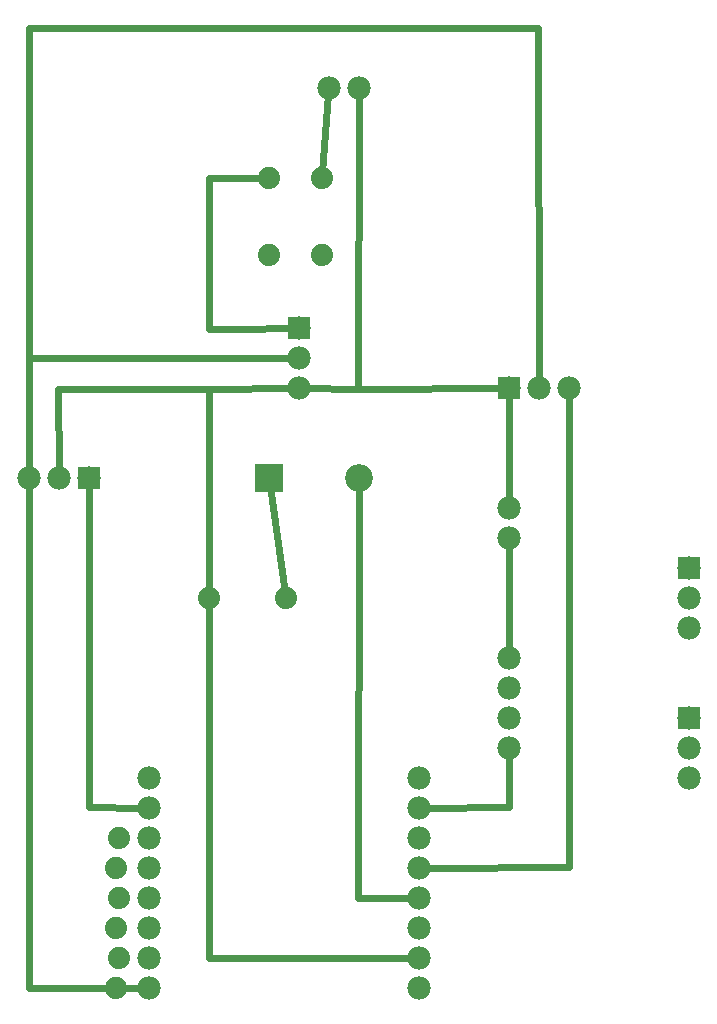
<source format=gbl>
G04 MADE WITH FRITZING*
G04 WWW.FRITZING.ORG*
G04 SINGLE SIDED*
G04 HOLES NOT PLATED*
G04 CONTOUR ON CENTER OF CONTOUR VECTOR*
%ASAXBY*%
%FSLAX23Y23*%
%MOIN*%
%OFA0B0*%
%SFA1.0B1.0*%
%ADD10C,0.078000*%
%ADD11C,0.074000*%
%ADD12C,0.092000*%
%ADD13R,0.078000X0.078000*%
%ADD14R,0.092000X0.092000*%
%ADD15C,0.024000*%
%LNCOPPER0*%
G90*
G70*
G54D10*
X1316Y2678D03*
X1316Y2578D03*
X1316Y2478D03*
G54D11*
X706Y478D03*
X716Y578D03*
X706Y678D03*
X716Y778D03*
X706Y878D03*
X716Y978D03*
G54D10*
X2016Y2478D03*
X2116Y2478D03*
X2216Y2478D03*
X1516Y3478D03*
X1416Y3478D03*
X2016Y1578D03*
X2016Y1478D03*
X2016Y1378D03*
X2016Y1278D03*
X2016Y2078D03*
X2016Y1978D03*
G54D12*
X1216Y2178D03*
X1516Y2178D03*
G54D11*
X1394Y3178D03*
X1394Y2922D03*
X1216Y3178D03*
X1216Y2922D03*
G54D10*
X2616Y1378D03*
X2616Y1278D03*
X2616Y1178D03*
G54D11*
X1016Y1778D03*
X1272Y1778D03*
G54D10*
X2616Y1878D03*
X2616Y1778D03*
X2616Y1678D03*
X616Y2178D03*
X516Y2178D03*
X416Y2178D03*
X816Y1178D03*
X816Y1078D03*
X816Y978D03*
X816Y878D03*
X816Y778D03*
X816Y678D03*
X816Y578D03*
X816Y478D03*
X1716Y478D03*
X1716Y578D03*
X1716Y678D03*
X1716Y778D03*
X1716Y878D03*
X1716Y978D03*
X1716Y1078D03*
X1716Y1178D03*
G54D13*
X1316Y2678D03*
X2016Y2478D03*
G54D14*
X1216Y2178D03*
G54D13*
X2616Y1378D03*
X2616Y1878D03*
X616Y2178D03*
G54D15*
X1414Y3459D02*
X1395Y3198D01*
D02*
X1114Y2676D02*
X1017Y2676D01*
D02*
X1017Y2676D02*
X1017Y3179D01*
D02*
X1017Y3179D02*
X1196Y3178D01*
D02*
X1297Y2678D02*
X1114Y2676D01*
D02*
X1515Y2476D02*
X1516Y3459D01*
D02*
X1335Y2478D02*
X1515Y2476D01*
D02*
X416Y2579D02*
X1297Y2578D01*
D02*
X416Y2197D02*
X416Y2579D01*
D02*
X726Y478D02*
X797Y478D01*
D02*
X1515Y2476D02*
X1997Y2478D01*
D02*
X416Y3677D02*
X2115Y3677D01*
D02*
X2115Y3677D02*
X2116Y2497D01*
D02*
X416Y2579D02*
X416Y3677D01*
D02*
X2217Y880D02*
X2216Y2459D01*
D02*
X1735Y878D02*
X2217Y880D01*
D02*
X1017Y2476D02*
X1297Y2478D01*
D02*
X1017Y2476D02*
X514Y2476D01*
D02*
X514Y2476D02*
X516Y2197D01*
D02*
X1697Y578D02*
X1017Y577D01*
D02*
X1017Y577D02*
X1016Y1760D01*
D02*
X616Y1080D02*
X616Y2159D01*
D02*
X797Y1078D02*
X616Y1080D01*
D02*
X416Y479D02*
X416Y2159D01*
D02*
X686Y478D02*
X416Y479D01*
D02*
X2016Y1259D02*
X2017Y1080D01*
D02*
X2016Y1597D02*
X2016Y1959D01*
D02*
X2016Y2097D02*
X2016Y2459D01*
D02*
X2017Y1080D02*
X1735Y1078D01*
D02*
X1697Y778D02*
X1515Y777D01*
D02*
X1515Y777D02*
X1516Y2152D01*
D02*
X1269Y1796D02*
X1219Y2152D01*
D02*
X1017Y2476D02*
X1016Y1796D01*
G04 End of Copper0*
M02*
</source>
